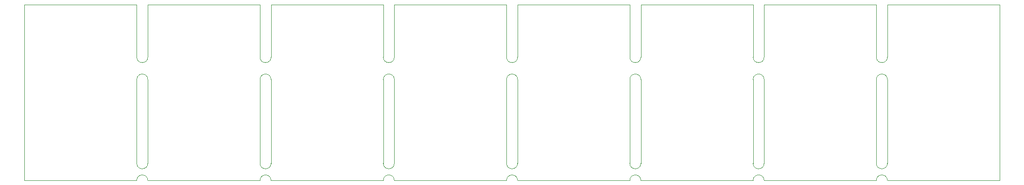
<source format=gbr>
G04 #@! TF.GenerationSoftware,KiCad,Pcbnew,5.1.5-52549c5~86~ubuntu19.10.1*
G04 #@! TF.CreationDate,2020-04-08T23:51:40+02:00*
G04 #@! TF.ProjectId,multi_CH,6d756c74-695f-4434-982e-6b696361645f,rev?*
G04 #@! TF.SameCoordinates,Original*
G04 #@! TF.FileFunction,Profile,NP*
%FSLAX46Y46*%
G04 Gerber Fmt 4.6, Leading zero omitted, Abs format (unit mm)*
G04 Created by KiCad (PCBNEW 5.1.5-52549c5~86~ubuntu19.10.1) date 2020-04-08 23:51:40*
%MOMM*%
%LPD*%
G04 APERTURE LIST*
%ADD10C,0.050000*%
G04 APERTURE END LIST*
D10*
X220311500Y-65913000D02*
X240631500Y-65913000D01*
X197991500Y-65913000D02*
X218311500Y-65913000D01*
X175671500Y-65913000D02*
X195991500Y-65913000D01*
X153351500Y-65913000D02*
X173671500Y-65913000D01*
X131031500Y-65913000D02*
X151351500Y-65913000D01*
X108711500Y-65913000D02*
X129031500Y-65913000D01*
X86391500Y-65913000D02*
X106711500Y-65913000D01*
X218311500Y-97790000D02*
G75*
G02X220311500Y-97790000I1000000J0D01*
G01*
X195991500Y-97790000D02*
G75*
G02X197991500Y-97790000I1000000J0D01*
G01*
X173671500Y-97790000D02*
G75*
G02X175671500Y-97790000I1000000J0D01*
G01*
X151351500Y-97790000D02*
G75*
G02X153351500Y-97790000I1000000J0D01*
G01*
X129031500Y-97790000D02*
G75*
G02X131031500Y-97790000I1000000J0D01*
G01*
X106711500Y-97790000D02*
G75*
G02X108711500Y-97790000I1000000J0D01*
G01*
X218311500Y-79502000D02*
X218311500Y-94678500D01*
X195991500Y-79502000D02*
X195991500Y-94678500D01*
X173671500Y-79502000D02*
X173671500Y-94678500D01*
X151351500Y-79502000D02*
X151351500Y-94678500D01*
X129031500Y-79502000D02*
X129031500Y-94678500D01*
X106711500Y-79502000D02*
X106711500Y-94678500D01*
X220311500Y-65913000D02*
X220311500Y-75438000D01*
X197991500Y-65913000D02*
X197991500Y-75438000D01*
X175671500Y-65913000D02*
X175671500Y-75438000D01*
X153351500Y-65913000D02*
X153351500Y-75438000D01*
X131031500Y-65913000D02*
X131031500Y-75438000D01*
X108711500Y-65913000D02*
X108711500Y-75438000D01*
X86391500Y-65913000D02*
X86391500Y-75438000D01*
X220315500Y-75438000D02*
G75*
G02X218315500Y-75438000I-1000000J0D01*
G01*
X197995500Y-75438000D02*
G75*
G02X195995500Y-75438000I-1000000J0D01*
G01*
X175675500Y-75438000D02*
G75*
G02X173675500Y-75438000I-1000000J0D01*
G01*
X153355500Y-75438000D02*
G75*
G02X151355500Y-75438000I-1000000J0D01*
G01*
X131035500Y-75438000D02*
G75*
G02X129035500Y-75438000I-1000000J0D01*
G01*
X108715500Y-75438000D02*
G75*
G02X106715500Y-75438000I-1000000J0D01*
G01*
X220311500Y-79502000D02*
X220311500Y-94678500D01*
X197991500Y-79502000D02*
X197991500Y-94678500D01*
X175671500Y-79502000D02*
X175671500Y-94678500D01*
X153351500Y-79502000D02*
X153351500Y-94678500D01*
X131031500Y-79502000D02*
X131031500Y-94678500D01*
X108711500Y-79502000D02*
X108711500Y-94678500D01*
X86391500Y-79502000D02*
X86391500Y-94678500D01*
X218315500Y-79502000D02*
G75*
G02X220315500Y-79502000I1000000J0D01*
G01*
X195995500Y-79502000D02*
G75*
G02X197995500Y-79502000I1000000J0D01*
G01*
X173675500Y-79502000D02*
G75*
G02X175675500Y-79502000I1000000J0D01*
G01*
X151355500Y-79502000D02*
G75*
G02X153355500Y-79502000I1000000J0D01*
G01*
X129035500Y-79502000D02*
G75*
G02X131035500Y-79502000I1000000J0D01*
G01*
X106715500Y-79502000D02*
G75*
G02X108715500Y-79502000I1000000J0D01*
G01*
X240631500Y-65913000D02*
X240631500Y-97790000D01*
X218311500Y-65913000D02*
X218311500Y-75438000D01*
X195991500Y-65913000D02*
X195991500Y-75438000D01*
X173671500Y-65913000D02*
X173671500Y-75438000D01*
X151351500Y-65913000D02*
X151351500Y-75438000D01*
X129031500Y-65913000D02*
X129031500Y-75438000D01*
X106711500Y-65913000D02*
X106711500Y-75438000D01*
X240631500Y-97790000D02*
X220311500Y-97790000D01*
X218311500Y-97790000D02*
X197991500Y-97790000D01*
X195991500Y-97790000D02*
X175671500Y-97790000D01*
X173671500Y-97790000D02*
X153351500Y-97790000D01*
X151351500Y-97790000D02*
X131031500Y-97790000D01*
X129031500Y-97790000D02*
X108711500Y-97790000D01*
X106711500Y-97790000D02*
X86391500Y-97790000D01*
X220311500Y-94678500D02*
G75*
G02X218311500Y-94678500I-1000000J0D01*
G01*
X197991500Y-94678500D02*
G75*
G02X195991500Y-94678500I-1000000J0D01*
G01*
X175671500Y-94678500D02*
G75*
G02X173671500Y-94678500I-1000000J0D01*
G01*
X153351500Y-94678500D02*
G75*
G02X151351500Y-94678500I-1000000J0D01*
G01*
X131031500Y-94678500D02*
G75*
G02X129031500Y-94678500I-1000000J0D01*
G01*
X108711500Y-94678500D02*
G75*
G02X106711500Y-94678500I-1000000J0D01*
G01*
X64071500Y-65913000D02*
X64071500Y-97790000D01*
X86391500Y-94678500D02*
G75*
G02X84391500Y-94678500I-1000000J0D01*
G01*
X84391500Y-97790000D02*
G75*
G02X86391500Y-97790000I1000000J0D01*
G01*
X84391500Y-79502000D02*
X84391500Y-94678500D01*
X84391500Y-65913000D02*
X84391500Y-75438000D01*
X84395500Y-79502000D02*
G75*
G02X86395500Y-79502000I1000000J0D01*
G01*
X86395500Y-75438000D02*
G75*
G02X84395500Y-75438000I-1000000J0D01*
G01*
X84391500Y-97790000D02*
X64071500Y-97790000D01*
X64071500Y-65913000D02*
X84391500Y-65913000D01*
M02*

</source>
